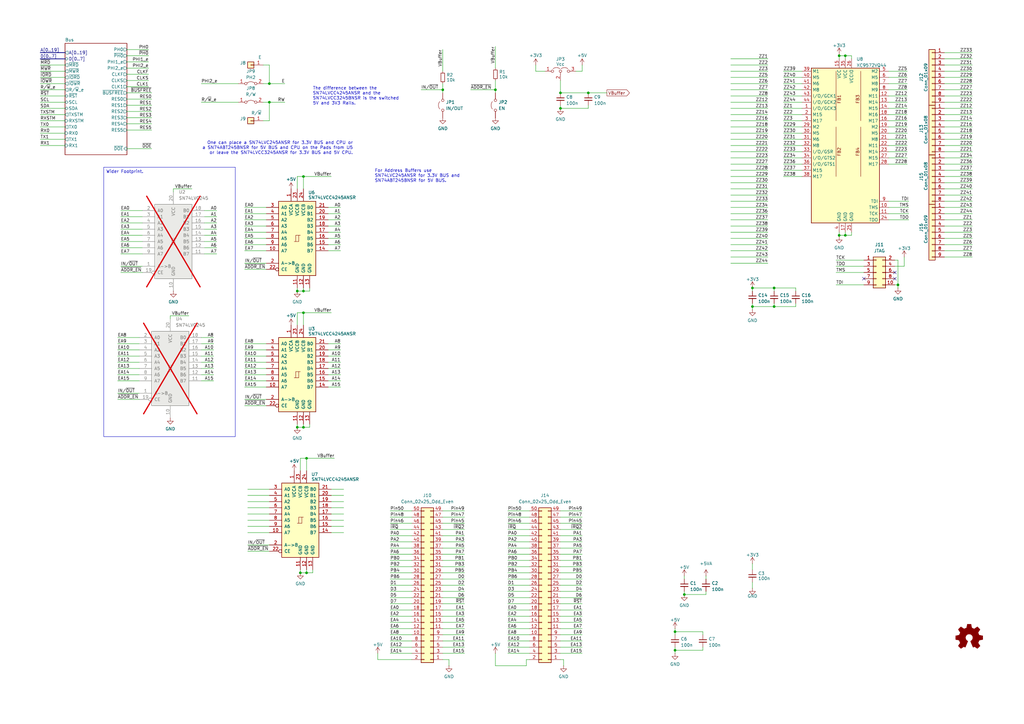
<source format=kicad_sch>
(kicad_sch (version 20231120) (generator "eeschema") (generator_version "8.0")
  (paper "A3")
  (title_block (title "Unicomp v3 - Breakout Board") (date "2024-10-01") (rev "v1.0") (company "100% Offner") (comment 1 "v1.0: Initial"))
  (junction (at 110.49 41.91))
  (junction (at 276.86 266.7))
  (junction (at 124.46 128.27))
  (junction (at 344.17 96.52))
  (junction (at 110.49 34.29))
  (junction (at 181.61 36.83))
  (junction (at 229.87 38.1))
  (junction (at 124.46 119.38))
  (junction (at 308.61 125.73))
  (junction (at 229.87 44.45))
  (junction (at 241.3 38.1))
  (junction (at 276.86 259.08))
  (junction (at 121.92 119.38))
  (junction (at 346.71 22.86))
  (junction (at 317.5 125.73))
  (junction (at 124.46 175.26))
  (junction (at 124.46 72.39))
  (junction (at 280.67 243.84))
  (junction (at 125.73 187.96))
  (junction (at 346.71 96.52))
  (junction (at 125.73 234.95))
  (junction (at 344.17 22.86))
  (junction (at 368.3 116.84))
  (junction (at 123.19 234.95))
  (junction (at 317.5 118.11))
  (junction (at 203.2 36.83))
  (junction (at 121.92 175.26))
  (junction (at 308.61 118.11))
  (no_connect (at 367.03 114.3))
  (no_connect (at 354.33 114.3))
  (no_connect (at 367.03 111.76))
  (wire (pts (xy 219.71 26.67) (xy 219.71 29.21)))
  (wire (pts (xy 229.87 267.97) (xy 238.76 267.97)))
  (wire (pts (xy 229.87 250.19) (xy 238.76 250.19)))
  (wire (pts (xy 100.33 95.25) (xy 109.22 95.25)))
  (wire (pts (xy 317.5 125.73) (xy 317.5 124.46)))
  (wire (pts (xy 16.51 41.91) (xy 26.67 41.91)))
  (wire (pts (xy 321.31 64.77) (xy 328.93 64.77)))
  (wire (pts (xy 49.53 109.22) (xy 58.42 109.22)))
  (wire (pts (xy 71.12 77.47) (xy 71.12 78.74)))
  (wire (pts (xy 364.49 62.23) (xy 372.11 62.23)))
  (wire (pts (xy 299.72 82.55) (xy 314.96 82.55)))
  (wire (pts (xy 16.51 34.29) (xy 26.67 34.29)))
  (wire (pts (xy 208.28 209.55) (xy 217.17 209.55)))
  (wire (pts (xy 346.71 96.52) (xy 349.25 96.52)))
  (wire (pts (xy 229.87 222.25) (xy 238.76 222.25)))
  (wire (pts (xy 101.6 223.52) (xy 110.49 223.52)))
  (wire (pts (xy 321.31 54.61) (xy 328.93 54.61)))
  (wire (pts (xy 121.92 128.27) (xy 121.92 133.35)))
  (wire (pts (xy 16.51 44.45) (xy 26.67 44.45)))
  (wire (pts (xy 134.62 97.79) (xy 139.7 97.79)))
  (wire (pts (xy 48.26 153.67) (xy 57.15 153.67)))
  (wire (pts (xy 208.28 212.09) (xy 217.17 212.09)))
  (wire (pts (xy 299.72 92.71) (xy 314.96 92.71)))
  (wire (pts (xy 364.49 44.45) (xy 372.11 44.45)))
  (wire (pts (xy 69.85 129.54) (xy 77.47 129.54)))
  (wire (pts (xy 368.3 106.68) (xy 368.3 116.84)))
  (wire (pts (xy 100.33 100.33) (xy 109.22 100.33)))
  (wire (pts (xy 241.3 38.1) (xy 248.92 38.1)))
  (wire (pts (xy 48.26 140.97) (xy 57.15 140.97)))
  (wire (pts (xy 181.61 219.71) (xy 190.5 219.71)))
  (wire (pts (xy 160.02 247.65) (xy 168.91 247.65)))
  (wire (pts (xy 101.6 208.28) (xy 110.49 208.28)))
  (wire (pts (xy 370.84 105.41) (xy 370.84 109.22)))
  (wire (pts (xy 364.49 57.15) (xy 372.11 57.15)))
  (wire (pts (xy 52.07 35.56) (xy 60.96 35.56)))
  (wire (pts (xy 364.49 90.17) (xy 372.745 90.17)))
  (wire (pts (xy 321.31 52.07) (xy 328.93 52.07)))
  (wire (pts (xy 308.61 118.11) (xy 308.61 119.38)))
  (wire (pts (xy 364.49 67.31) (xy 372.11 67.31)))
  (wire (pts (xy 160.02 260.35) (xy 168.91 260.35)))
  (wire (pts (xy 135.89 128.27) (xy 124.46 128.27)))
  (wire (pts (xy 299.72 44.45) (xy 314.96 44.45)))
  (wire (pts (xy 229.87 219.71) (xy 238.76 219.71)))
  (wire (pts (xy 299.72 29.21) (xy 314.96 29.21)))
  (wire (pts (xy 229.87 224.79) (xy 238.76 224.79)))
  (wire (pts (xy 181.61 229.87) (xy 190.5 229.87)))
  (wire (pts (xy 364.49 34.29) (xy 372.11 34.29)))
  (wire (pts (xy 208.28 247.65) (xy 217.17 247.65)))
  (wire (pts (xy 49.53 91.44) (xy 58.42 91.44)))
  (wire (pts (xy 368.3 116.84) (xy 368.3 118.11)))
  (wire (pts (xy 82.55 140.97) (xy 87.63 140.97)))
  (wire (pts (xy 321.31 29.21) (xy 328.93 29.21)))
  (wire (pts (xy 387.35 49.53) (xy 398.78 49.53)))
  (wire (pts (xy 367.03 106.68) (xy 368.3 106.68)))
  (wire (pts (xy 280.67 243.84) (xy 289.56 243.84)))
  (wire (pts (xy 346.71 22.86) (xy 346.71 24.13)))
  (wire (pts (xy 308.61 125.73) (xy 308.61 124.46)))
  (wire (pts (xy 160.02 212.09) (xy 168.91 212.09)))
  (wire (pts (xy 160.02 224.79) (xy 168.91 224.79)))
  (wire (pts (xy 82.55 156.21) (xy 87.63 156.21)))
  (wire (pts (xy 299.72 90.17) (xy 314.96 90.17)))
  (wire (pts (xy 125.73 187.96) (xy 125.73 193.04)))
  (wire (pts (xy 160.02 219.71) (xy 168.91 219.71)))
  (wire (pts (xy 101.6 215.9) (xy 110.49 215.9)))
  (wire (pts (xy 229.87 217.17) (xy 238.76 217.17)))
  (wire (pts (xy 299.72 69.85) (xy 314.96 69.85)))
  (wire (pts (xy 299.72 77.47) (xy 314.96 77.47)))
  (wire (pts (xy 110.49 49.53) (xy 110.49 41.91)))
  (wire (pts (xy 83.82 101.6) (xy 88.9 101.6)))
  (wire (pts (xy 181.61 212.09) (xy 190.5 212.09)))
  (wire (pts (xy 181.61 214.63) (xy 190.5 214.63)))
  (wire (pts (xy 387.35 34.29) (xy 398.78 34.29)))
  (wire (pts (xy 208.28 222.25) (xy 217.17 222.25)))
  (wire (pts (xy 387.35 46.99) (xy 398.78 46.99)))
  (wire (pts (xy 349.25 96.52) (xy 349.25 95.25)))
  (wire (pts (xy 124.46 72.39) (xy 121.92 72.39)))
  (wire (pts (xy 317.5 118.11) (xy 326.39 118.11)))
  (wire (pts (xy 387.35 26.67) (xy 398.78 26.67)))
  (wire (pts (xy 203.2 33.02) (xy 203.2 36.83)))
  (wire (pts (xy 52.07 48.26) (xy 62.23 48.26)))
  (wire (pts (xy 134.62 148.59) (xy 139.7 148.59)))
  (wire (pts (xy 124.46 119.38) (xy 124.46 118.11)))
  (wire (pts (xy 134.62 140.97) (xy 139.7 140.97)))
  (wire (pts (xy 229.87 240.03) (xy 238.76 240.03)))
  (wire (pts (xy 121.92 175.26) (xy 124.46 175.26)))
  (wire (pts (xy 344.17 22.225) (xy 344.17 22.86)))
  (wire (pts (xy 344.17 95.25) (xy 344.17 96.52)))
  (wire (pts (xy 49.53 93.98) (xy 58.42 93.98)))
  (wire (pts (xy 16.51 49.53) (xy 26.67 49.53)))
  (wire (pts (xy 229.87 252.73) (xy 238.76 252.73)))
  (wire (pts (xy 299.72 100.33) (xy 314.96 100.33)))
  (wire (pts (xy 172.72 36.83) (xy 181.61 36.83)))
  (wire (pts (xy 321.31 72.39) (xy 328.93 72.39)))
  (wire (pts (xy 387.35 52.07) (xy 398.78 52.07)))
  (wire (pts (xy 208.28 229.87) (xy 217.17 229.87)))
  (wire (pts (xy 321.31 69.85) (xy 328.93 69.85)))
  (wire (pts (xy 83.82 93.98) (xy 88.9 93.98)))
  (wire (pts (xy 16.51 57.15) (xy 26.67 57.15)))
  (wire (pts (xy 134.62 143.51) (xy 139.7 143.51)))
  (wire (pts (xy 82.55 34.29) (xy 97.79 34.29)))
  (wire (pts (xy 48.26 151.13) (xy 57.15 151.13)))
  (wire (pts (xy 181.61 250.19) (xy 190.5 250.19)))
  (wire (pts (xy 387.35 21.59) (xy 398.78 21.59)))
  (wire (pts (xy 299.72 41.91) (xy 314.96 41.91)))
  (wire (pts (xy 48.26 146.05) (xy 57.15 146.05)))
  (wire (pts (xy 321.31 57.15) (xy 328.93 57.15)))
  (wire (pts (xy 299.72 26.67) (xy 314.96 26.67)))
  (wire (pts (xy 288.29 266.7) (xy 276.86 266.7)))
  (wire (pts (xy 387.35 39.37) (xy 398.78 39.37)))
  (wire (pts (xy 346.71 96.52) (xy 346.71 95.25)))
  (wire (pts (xy 344.17 22.86) (xy 344.17 24.13)))
  (wire (pts (xy 160.02 262.89) (xy 168.91 262.89)))
  (wire (pts (xy 208.28 267.97) (xy 217.17 267.97)))
  (wire (pts (xy 387.35 57.15) (xy 398.78 57.15)))
  (wire (pts (xy 299.72 80.01) (xy 314.96 80.01)))
  (wire (pts (xy 321.31 31.75) (xy 328.93 31.75)))
  (wire (pts (xy 128.27 233.68) (xy 128.27 234.95)))
  (wire (pts (xy 364.49 64.77) (xy 372.11 64.77)))
  (wire (pts (xy 299.72 97.79) (xy 314.96 97.79)))
  (wire (pts (xy 181.61 240.03) (xy 190.5 240.03)))
  (wire (pts (xy 134.62 90.17) (xy 139.7 90.17)))
  (wire (pts (xy 135.89 218.44) (xy 140.97 218.44)))
  (wire (pts (xy 134.62 158.75) (xy 139.7 158.75)))
  (wire (pts (xy 387.35 74.93) (xy 398.78 74.93)))
  (wire (pts (xy 135.89 213.36) (xy 140.97 213.36)))
  (wire (pts (xy 83.82 86.36) (xy 88.9 86.36)))
  (wire (pts (xy 215.9 270.51) (xy 215.9 273.05)))
  (wire (pts (xy 299.72 67.31) (xy 314.96 67.31)))
  (wire (pts (xy 52.07 27.94) (xy 60.96 27.94)))
  (wire (pts (xy 181.61 255.27) (xy 190.5 255.27)))
  (wire (pts (xy 52.07 40.64) (xy 62.23 40.64)))
  (wire (pts (xy 241.3 44.45) (xy 241.3 43.18)))
  (wire (pts (xy 364.49 87.63) (xy 372.745 87.63)))
  (wire (pts (xy 387.35 77.47) (xy 398.78 77.47)))
  (wire (pts (xy 229.87 257.81) (xy 238.76 257.81)))
  (wire (pts (xy 299.72 59.69) (xy 314.96 59.69)))
  (wire (pts (xy 181.61 262.89) (xy 190.5 262.89)))
  (wire (pts (xy 387.35 29.21) (xy 398.78 29.21)))
  (wire (pts (xy 299.72 107.95) (xy 314.96 107.95)))
  (wire (pts (xy 121.92 119.38) (xy 124.46 119.38)))
  (wire (pts (xy 181.61 20.32) (xy 181.61 29.21)))
  (wire (pts (xy 229.87 262.89) (xy 238.76 262.89)))
  (wire (pts (xy 387.35 36.83) (xy 398.78 36.83)))
  (wire (pts (xy 317.5 125.73) (xy 326.39 125.73)))
  (wire (pts (xy 137.16 187.96) (xy 125.73 187.96)))
  (wire (pts (xy 299.72 31.75) (xy 314.96 31.75)))
  (wire (pts (xy 181.61 247.65) (xy 190.5 247.65)))
  (wire (pts (xy 101.6 210.82) (xy 110.49 210.82)))
  (wire (pts (xy 82.55 148.59) (xy 87.63 148.59)))
  (wire (pts (xy 208.28 234.95) (xy 217.17 234.95)))
  (wire (pts (xy 208.28 227.33) (xy 217.17 227.33)))
  (wire (pts (xy 321.31 67.31) (xy 328.93 67.31)))
  (wire (pts (xy 83.82 88.9) (xy 88.9 88.9)))
  (wire (pts (xy 16.51 36.83) (xy 26.67 36.83)))
  (wire (pts (xy 100.33 87.63) (xy 109.22 87.63)))
  (wire (pts (xy 299.72 57.15) (xy 314.96 57.15)))
  (wire (pts (xy 110.49 26.67) (xy 110.49 34.29)))
  (wire (pts (xy 134.62 153.67) (xy 139.7 153.67)))
  (wire (pts (xy 100.33 140.97) (xy 109.22 140.97)))
  (wire (pts (xy 215.9 270.51) (xy 217.17 270.51)))
  (wire (pts (xy 100.33 143.51) (xy 109.22 143.51)))
  (wire (pts (xy 299.72 54.61) (xy 314.96 54.61)))
  (wire (pts (xy 49.53 96.52) (xy 58.42 96.52)))
  (wire (pts (xy 49.53 101.6) (xy 58.42 101.6)))
  (wire (pts (xy 364.49 41.91) (xy 372.11 41.91)))
  (wire (pts (xy 52.07 33.02) (xy 60.96 33.02)))
  (wire (pts (xy 229.87 214.63) (xy 238.76 214.63)))
  (wire (pts (xy 52.07 43.18) (xy 62.23 43.18)))
  (wire (pts (xy 135.89 203.2) (xy 140.97 203.2)))
  (wire (pts (xy 49.53 88.9) (xy 58.42 88.9)))
  (wire (pts (xy 342.9 111.76) (xy 354.33 111.76)))
  (bus (pts (xy 26.67 21.59) (xy 16.51 21.59)))
  (wire (pts (xy 387.35 67.31) (xy 398.78 67.31)))
  (wire (pts (xy 82.55 138.43) (xy 87.63 138.43)))
  (wire (pts (xy 276.86 259.08) (xy 276.86 260.35)))
  (wire (pts (xy 100.33 102.87) (xy 109.22 102.87)))
  (wire (pts (xy 208.28 260.35) (xy 217.17 260.35)))
  (wire (pts (xy 49.53 104.14) (xy 58.42 104.14)))
  (wire (pts (xy 82.55 146.05) (xy 87.63 146.05)))
  (wire (pts (xy 160.02 227.33) (xy 168.91 227.33)))
  (wire (pts (xy 299.72 87.63) (xy 314.96 87.63)))
  (wire (pts (xy 342.9 109.22) (xy 354.33 109.22)))
  (wire (pts (xy 83.82 99.06) (xy 88.9 99.06)))
  (wire (pts (xy 135.89 215.9) (xy 140.97 215.9)))
  (wire (pts (xy 208.28 217.17) (xy 217.17 217.17)))
  (wire (pts (xy 48.26 138.43) (xy 57.15 138.43)))
  (wire (pts (xy 326.39 125.73) (xy 326.39 124.46)))
  (wire (pts (xy 16.51 59.69) (xy 26.67 59.69)))
  (wire (pts (xy 387.35 54.61) (xy 398.78 54.61)))
  (wire (pts (xy 100.33 156.21) (xy 109.22 156.21)))
  (wire (pts (xy 299.72 64.77) (xy 314.96 64.77)))
  (wire (pts (xy 100.33 153.67) (xy 109.22 153.67)))
  (wire (pts (xy 321.31 41.91) (xy 328.93 41.91)))
  (wire (pts (xy 69.85 129.54) (xy 69.85 130.81)))
  (wire (pts (xy 229.87 247.65) (xy 238.76 247.65)))
  (wire (pts (xy 181.61 222.25) (xy 190.5 222.25)))
  (wire (pts (xy 107.95 26.67) (xy 110.49 26.67)))
  (wire (pts (xy 387.35 80.01) (xy 398.78 80.01)))
  (wire (pts (xy 100.33 107.95) (xy 109.22 107.95)))
  (wire (pts (xy 238.76 26.67) (xy 238.76 29.21)))
  (wire (pts (xy 48.26 148.59) (xy 57.15 148.59)))
  (wire (pts (xy 83.82 104.14) (xy 88.9 104.14)))
  (wire (pts (xy 387.35 41.91) (xy 398.78 41.91)))
  (wire (pts (xy 110.49 34.29) (xy 107.95 34.29)))
  (wire (pts (xy 134.62 85.09) (xy 139.7 85.09)))
  (wire (pts (xy 100.33 110.49) (xy 109.22 110.49)))
  (wire (pts (xy 101.6 213.36) (xy 110.49 213.36)))
  (wire (pts (xy 229.87 234.95) (xy 238.76 234.95)))
  (wire (pts (xy 299.72 24.13) (xy 314.96 24.13)))
  (wire (pts (xy 364.49 49.53) (xy 372.11 49.53)))
  (wire (pts (xy 299.72 49.53) (xy 314.96 49.53)))
  (wire (pts (xy 299.72 85.09) (xy 314.96 85.09)))
  (wire (pts (xy 203.2 36.83) (xy 203.2 38.1)))
  (wire (pts (xy 124.46 119.38) (xy 127 119.38)))
  (wire (pts (xy 100.33 158.75) (xy 109.22 158.75)))
  (wire (pts (xy 160.02 217.17) (xy 168.91 217.17)))
  (wire (pts (xy 52.07 25.4) (xy 60.96 25.4)))
  (wire (pts (xy 299.72 39.37) (xy 314.96 39.37)))
  (wire (pts (xy 100.33 85.09) (xy 109.22 85.09)))
  (wire (pts (xy 288.29 265.43) (xy 288.29 266.7)))
  (wire (pts (xy 276.86 267.97) (xy 276.86 266.7)))
  (wire (pts (xy 208.28 240.03) (xy 217.17 240.03)))
  (wire (pts (xy 181.61 232.41) (xy 190.5 232.41)))
  (wire (pts (xy 52.07 50.8) (xy 62.23 50.8)))
  (wire (pts (xy 124.46 175.26) (xy 124.46 173.99)))
  (wire (pts (xy 276.86 266.7) (xy 276.86 265.43)))
  (wire (pts (xy 349.25 22.86) (xy 349.25 24.13)))
  (wire (pts (xy 181.61 237.49) (xy 190.5 237.49)))
  (wire (pts (xy 16.51 39.37) (xy 26.67 39.37)))
  (wire (pts (xy 208.28 265.43) (xy 217.17 265.43)))
  (wire (pts (xy 181.61 234.95) (xy 190.5 234.95)))
  (wire (pts (xy 16.51 54.61) (xy 26.67 54.61)))
  (wire (pts (xy 387.35 59.69) (xy 398.78 59.69)))
  (wire (pts (xy 367.03 116.84) (xy 368.3 116.84)))
  (wire (pts (xy 135.89 208.28) (xy 140.97 208.28)))
  (wire (pts (xy 52.07 53.34) (xy 62.23 53.34)))
  (wire (pts (xy 299.72 105.41) (xy 314.96 105.41)))
  (wire (pts (xy 160.02 242.57) (xy 168.91 242.57)))
  (wire (pts (xy 299.72 102.87) (xy 314.96 102.87)))
  (wire (pts (xy 299.72 52.07) (xy 314.96 52.07)))
  (wire (pts (xy 387.35 24.13) (xy 398.78 24.13)))
  (wire (pts (xy 387.35 102.87) (xy 398.78 102.87)))
  (wire (pts (xy 364.49 59.69) (xy 372.11 59.69)))
  (wire (pts (xy 48.26 143.51) (xy 57.15 143.51)))
  (wire (pts (xy 124.46 128.27) (xy 121.92 128.27)))
  (wire (pts (xy 231.14 270.51) (xy 231.14 273.05)))
  (wire (pts (xy 288.29 259.08) (xy 288.29 260.35)))
  (wire (pts (xy 208.28 245.11) (xy 217.17 245.11)))
  (wire (pts (xy 229.87 242.57) (xy 238.76 242.57)))
  (wire (pts (xy 317.5 118.11) (xy 317.5 119.38)))
  (wire (pts (xy 344.17 96.52) (xy 346.71 96.52)))
  (wire (pts (xy 134.62 146.05) (xy 139.7 146.05)))
  (wire (pts (xy 123.19 234.95) (xy 125.73 234.95)))
  (wire (pts (xy 321.31 34.29) (xy 328.93 34.29)))
  (wire (pts (xy 208.28 214.63) (xy 217.17 214.63)))
  (wire (pts (xy 289.56 242.57) (xy 289.56 243.84)))
  (wire (pts (xy 208.28 242.57) (xy 217.17 242.57)))
  (wire (pts (xy 181.61 36.83) (xy 181.61 38.1)))
  (wire (pts (xy 203.2 267.97) (xy 203.2 273.05)))
  (wire (pts (xy 134.62 100.33) (xy 139.7 100.33)))
  (wire (pts (xy 208.28 232.41) (xy 217.17 232.41)))
  (wire (pts (xy 387.35 97.79) (xy 398.78 97.79)))
  (wire (pts (xy 127 119.38) (xy 127 118.11)))
  (wire (pts (xy 83.82 96.52) (xy 88.9 96.52)))
  (wire (pts (xy 229.87 255.27) (xy 238.76 255.27)))
  (wire (pts (xy 160.02 255.27) (xy 168.91 255.27)))
  (wire (pts (xy 52.07 38.1) (xy 62.23 38.1)))
  (wire (pts (xy 308.61 125.73) (xy 317.5 125.73)))
  (wire (pts (xy 193.04 36.83) (xy 203.2 36.83)))
  (wire (pts (xy 107.95 49.53) (xy 110.49 49.53)))
  (wire (pts (xy 52.07 60.96) (xy 62.23 60.96)))
  (wire (pts (xy 181.61 34.29) (xy 181.61 36.83)))
  (wire (pts (xy 16.51 31.75) (xy 26.67 31.75)))
  (wire (pts (xy 82.55 151.13) (xy 87.63 151.13)))
  (wire (pts (xy 387.35 87.63) (xy 398.78 87.63)))
  (wire (pts (xy 208.28 257.81) (xy 217.17 257.81)))
  (wire (pts (xy 160.02 267.97) (xy 168.91 267.97)))
  (wire (pts (xy 110.49 41.91) (xy 107.95 41.91)))
  (wire (pts (xy 181.61 224.79) (xy 190.5 224.79)))
  (wire (pts (xy 223.52 29.21) (xy 219.71 29.21)))
  (wire (pts (xy 321.31 49.53) (xy 328.93 49.53)))
  (wire (pts (xy 364.49 29.21) (xy 372.11 29.21)))
  (wire (pts (xy 229.87 227.33) (xy 238.76 227.33)))
  (wire (pts (xy 387.35 69.85) (xy 398.78 69.85)))
  (wire (pts (xy 134.62 151.13) (xy 139.7 151.13)))
  (wire (pts (xy 181.61 257.81) (xy 190.5 257.81)))
  (wire (pts (xy 181.61 270.51) (xy 184.15 270.51)))
  (wire (pts (xy 308.61 238.76) (xy 308.61 241.3)))
  (wire (pts (xy 229.87 38.1) (xy 241.3 38.1)))
  (wire (pts (xy 364.49 46.99) (xy 372.11 46.99)))
  (wire (pts (xy 326.39 118.11) (xy 326.39 119.38)))
  (wire (pts (xy 16.51 46.99) (xy 26.67 46.99)))
  (wire (pts (xy 387.35 82.55) (xy 398.78 82.55)))
  (wire (pts (xy 181.61 227.33) (xy 190.5 227.33)))
  (wire (pts (xy 110.49 34.29) (xy 116.84 34.29)))
  (wire (pts (xy 135.89 200.66) (xy 140.97 200.66)))
  (wire (pts (xy 52.07 20.32) (xy 60.96 20.32)))
  (wire (pts (xy 82.55 143.51) (xy 87.63 143.51)))
  (wire (pts (xy 101.6 226.06) (xy 110.49 226.06)))
  (wire (pts (xy 48.26 163.83) (xy 57.15 163.83)))
  (wire (pts (xy 181.61 245.11) (xy 190.5 245.11)))
  (wire (pts (xy 100.33 163.83) (xy 109.22 163.83)))
  (wire (pts (xy 123.19 234.95) (xy 123.19 233.68)))
  (wire (pts (xy 229.87 260.35) (xy 238.76 260.35)))
  (wire (pts (xy 125.73 187.96) (xy 123.19 187.96)))
  (wire (pts (xy 135.89 210.82) (xy 140.97 210.82)))
  (wire (pts (xy 387.35 95.25) (xy 398.78 95.25)))
  (wire (pts (xy 52.07 22.86) (xy 60.96 22.86)))
  (wire (pts (xy 238.76 29.21) (xy 236.22 29.21)))
  (wire (pts (xy 16.51 26.67) (xy 26.67 26.67)))
  (wire (pts (xy 134.62 156.21) (xy 139.7 156.21)))
  (wire (pts (xy 160.02 234.95) (xy 168.91 234.95)))
  (wire (pts (xy 321.31 44.45) (xy 328.93 44.45)))
  (wire (pts (xy 101.6 200.66) (xy 110.49 200.66)))
  (wire (pts (xy 48.26 161.29) (xy 57.15 161.29)))
  (wire (pts (xy 100.33 97.79) (xy 109.22 97.79)))
  (wire (pts (xy 16.51 29.21) (xy 26.67 29.21)))
  (wire (pts (xy 229.87 209.55) (xy 238.76 209.55)))
  (wire (pts (xy 299.72 34.29) (xy 314.96 34.29)))
  (wire (pts (xy 321.31 46.99) (xy 328.93 46.99)))
  (wire (pts (xy 229.87 44.45) (xy 229.87 43.18)))
  (wire (pts (xy 160.02 237.49) (xy 168.91 237.49)))
  (wire (pts (xy 308.61 125.73) (xy 308.61 127)))
  (wire (pts (xy 121.92 72.39) (xy 121.92 77.47)))
  (wire (pts (xy 299.72 95.25) (xy 314.96 95.25)))
  (wire (pts (xy 342.9 106.68) (xy 354.33 106.68)))
  (wire (pts (xy 101.6 205.74) (xy 110.49 205.74)))
  (wire (pts (xy 364.49 36.83) (xy 372.11 36.83)))
  (wire (pts (xy 208.28 262.89) (xy 217.17 262.89)))
  (wire (pts (xy 160.02 245.11) (xy 168.91 245.11)))
  (wire (pts (xy 52.07 45.72) (xy 62.23 45.72)))
  (wire (pts (xy 299.72 62.23) (xy 314.96 62.23)))
  (wire (pts (xy 123.19 187.96) (xy 123.19 193.04)))
  (wire (pts (xy 387.35 85.09) (xy 398.78 85.09)))
  (wire (pts (xy 229.87 265.43) (xy 238.76 265.43)))
  (wire (pts (xy 160.02 240.03) (xy 168.91 240.03)))
  (wire (pts (xy 308.61 118.11) (xy 317.5 118.11)))
  (wire (pts (xy 387.35 62.23) (xy 398.78 62.23)))
  (wire (pts (xy 83.82 91.44) (xy 88.9 91.44)))
  (wire (pts (xy 229.87 33.02) (xy 229.87 38.1)))
  (wire (pts (xy 125.73 234.95) (xy 125.73 233.68)))
  (wire (pts (xy 364.49 39.37) (xy 372.11 39.37)))
  (wire (pts (xy 160.02 222.25) (xy 168.91 222.25)))
  (wire (pts (xy 387.35 100.33) (xy 398.78 100.33)))
  (wire (pts (xy 208.28 219.71) (xy 217.17 219.71)))
  (wire (pts (xy 364.49 54.61) (xy 372.11 54.61)))
  (wire (pts (xy 160.02 214.63) (xy 168.91 214.63)))
  (wire (pts (xy 100.33 146.05) (xy 109.22 146.05)))
  (wire (pts (xy 101.6 218.44) (xy 110.49 218.44)))
  (wire (pts (xy 100.33 148.59) (xy 109.22 148.59)))
  (wire (pts (xy 299.72 36.83) (xy 314.96 36.83)))
  (wire (pts (xy 387.35 31.75) (xy 398.78 31.75)))
  (wire (pts (xy 100.33 92.71) (xy 109.22 92.71)))
  (wire (pts (xy 229.87 212.09) (xy 238.76 212.09)))
  (wire (pts (xy 181.61 267.97) (xy 190.5 267.97)))
  (wire (pts (xy 181.61 252.73) (xy 190.5 252.73)))
  (wire (pts (xy 52.07 30.48) (xy 60.96 30.48)))
  (wire (pts (xy 160.02 250.19) (xy 168.91 250.19)))
  (wire (pts (xy 364.49 52.07) (xy 372.11 52.07)))
  (wire (pts (xy 101.6 203.2) (xy 110.49 203.2)))
  (wire (pts (xy 280.67 236.22) (xy 280.67 237.49)))
  (wire (pts (xy 100.33 151.13) (xy 109.22 151.13)))
  (wire (pts (xy 346.71 22.86) (xy 349.25 22.86)))
  (wire (pts (xy 208.28 250.19) (xy 217.17 250.19)))
  (wire (pts (xy 299.72 72.39) (xy 314.96 72.39)))
  (wire (pts (xy 276.86 259.08) (xy 288.29 259.08)))
  (wire (pts (xy 160.02 252.73) (xy 168.91 252.73)))
  (wire (pts (xy 208.28 237.49) (xy 217.17 237.49)))
  (wire (pts (xy 308.61 231.14) (xy 308.61 233.68)))
  (wire (pts (xy 321.31 62.23) (xy 328.93 62.23)))
  (wire (pts (xy 16.51 52.07) (xy 26.67 52.07)))
  (wire (pts (xy 124.46 175.26) (xy 127 175.26)))
  (wire (pts (xy 342.9 116.84) (xy 354.33 116.84)))
  (wire (pts (xy 208.28 255.27) (xy 217.17 255.27)))
  (bus (pts (xy 26.67 24.13) (xy 16.51 24.13)))
  (wire (pts (xy 82.55 153.67) (xy 87.63 153.67)))
  (wire (pts (xy 135.89 205.74) (xy 140.97 205.74)))
  (wire (pts (xy 229.87 237.49) (xy 238.76 237.49)))
  (wire (pts (xy 160.02 232.41) (xy 168.91 232.41)))
  (wire (pts (xy 208.28 224.79) (xy 217.17 224.79)))
  (wire (pts (xy 121.92 119.38) (xy 121.92 118.11)))
  (wire (pts (xy 229.87 229.87) (xy 238.76 229.87)))
  (wire (pts (xy 229.87 270.51) (xy 231.14 270.51)))
  (wire (pts (xy 387.35 105.41) (xy 398.78 105.41)))
  (wire (pts (xy 208.28 252.73) (xy 217.17 252.73)))
  (wire (pts (xy 127 173.99) (xy 127 175.26)))
  (wire (pts (xy 364.49 85.09) (xy 372.745 85.09)))
  (wire (pts (xy 203.2 273.05) (xy 215.9 273.05)))
  (wire (pts (xy 154.94 270.51) (xy 168.91 270.51)))
  (wire (pts (xy 124.46 72.39) (xy 124.46 77.47)))
  (wire (pts (xy 229.87 44.45) (xy 241.3 44.45)))
  (wire (pts (xy 124.46 128.27) (xy 124.46 133.35)))
  (wire (pts (xy 364.49 82.55) (xy 372.745 82.55)))
  (wire (pts (xy 160.02 229.87) (xy 168.91 229.87)))
  (wire (pts (xy 49.53 111.76) (xy 58.42 111.76)))
  (wire (pts (xy 100.33 166.37) (xy 109.22 166.37)))
  (wire (pts (xy 125.73 234.95) (xy 128.27 234.95)))
  (wire (pts (xy 82.55 41.91) (xy 97.79 41.91)))
  (wire (pts (xy 280.67 243.84) (xy 280.67 242.57)))
  (wire (pts (xy 71.12 77.47) (xy 78.74 77.47)))
  (wire (pts (xy 181.61 260.35) (xy 190.5 260.35)))
  (wire (pts (xy 299.72 46.99) (xy 314.96 46.99)))
  (wire (pts (xy 181.61 217.17) (xy 190.5 217.17)))
  (wire (pts (xy 387.35 64.77) (xy 398.78 64.77)))
  (wire (pts (xy 160.02 265.43) (xy 168.91 265.43)))
  (wire (pts (xy 121.92 175.26) (xy 121.92 173.99)))
  (wire (pts (xy 229.87 245.11) (xy 238.76 245.11)))
  (wire (pts (xy 344.17 96.52) (xy 344.17 97.155)))
  (wire (pts (xy 49.53 99.06) (xy 58.42 99.06)))
  (wire (pts (xy 276.86 257.81) (xy 276.86 259.08)))
  (wire (pts (xy 160.02 209.55) (xy 168.91 209.55)))
  (wire (pts (xy 321.31 36.83) (xy 328.93 36.83)))
  (wire (pts (xy 344.17 22.86) (xy 346.71 22.86)))
  (wire (pts (xy 387.35 92.71) (xy 398.78 92.71)))
  (wire (pts (xy 181.61 209.55) (xy 190.5 209.55)))
  (wire (pts (xy 134.62 95.25) (xy 139.7 95.25)))
  (wire (pts (xy 181.61 265.43) (xy 190.5 265.43)))
  (wire (pts (xy 289.56 236.22) (xy 289.56 237.49)))
  (wire (pts (xy 321.31 39.37) (xy 328.93 39.37)))
  (wire (pts (xy 110.49 41.91) (xy 116.84 41.91)))
  (wire (pts (xy 154.94 267.97) (xy 154.94 270.51)))
  (wire (pts (xy 364.49 31.75) (xy 372.11 31.75)))
  (wire (pts (xy 181.61 242.57) (xy 190.5 242.57)))
  (wire (pts (xy 135.89 72.39) (xy 124.46 72.39)))
  (wire (pts (xy 48.26 156.21) (xy 57.15 156.21)))
  (wire (pts (xy 387.35 44.45) (xy 398.78 44.45)))
  (wire (pts (xy 184.15 270.51) (xy 184.15 273.05)))
  (wire (pts (xy 370.84 109.22) (xy 367.03 109.22)))
  (wire (pts (xy 134.62 92.71) (xy 139.7 92.71)))
  (wire (pts (xy 321.31 59.69) (xy 328.93 59.69)))
  (wire (pts (xy 203.2 19.05) (xy 203.2 27.94)))
  (wire (pts (xy 387.35 90.17) (xy 398.78 90.17)))
  (wire (pts (xy 134.62 87.63) (xy 139.7 87.63)))
  (wire (pts (xy 387.35 72.39) (xy 398.78 72.39)))
  (wire (pts (xy 100.33 90.17) (xy 109.22 90.17)))
  (wire (pts (xy 229.87 232.41) (xy 238.76 232.41)))
  (wire (pts (xy 160.02 257.81) (xy 168.91 257.81)))
  (wire (pts (xy 299.72 74.93) (xy 314.96 74.93)))
  (wire (pts (xy 49.53 86.36) (xy 58.42 86.36)))
  (wire (pts (xy 134.62 102.87) (xy 139.7 102.87)))
  (text_box "Wider Footprint." (at 42.545 68.58 0) (size 53.975 110.49) (effects (font (size 1.27 1.27)) (justify left top)))
  (text "For Address Buffers use \nSN74LVC245ANSR for 3.3V BUS and\nSN74ABT245BNSR for 5V BUS." (at 153.67 74.93 0) (effects (font (size 1.27 1.27)) (justify left bottom)))
  (text "One can place a SN74LVC245ANSR for 3.3V BUS and CPU or\na SN74ABT245BNSR for 5V BUS and CPU on the Pads from U5\nor leave the SN74LVCC3245ANSR for 3.3V BUS and 5V CPU.\n" (at 144.78 63.5 0) (effects (font (size 1.27 1.27)) (justify right bottom)))
  (text "The difference between the \nSN74LVCC4245ANSR and the\nSN74LVCC3245BNSR is the switched\n5V and 3V3 Rails." (at 128.27 43.18 0) (effects (font (size 1.27 1.27)) (justify left bottom)))
  (label "D3" (at 160.02 242.57 0))
  (label "~{IOWR}" (at 16.51 34.29 0))
  (label "TDI" (at 372.745 82.55 180))
  (label "ZZ18" (at 398.78 54.61 180))
  (label "TMS" (at 342.9 111.76 0))
  (label "TCK" (at 372.745 87.63 180))
  (label "ZZ21" (at 372.11 57.15 180))
  (label "EA13" (at 100.33 153.67 0))
  (label "ZZ39" (at 314.96 95.25 180))
  (label "~{ADDR_EN}" (at 48.26 163.83 0))
  (label "A2" (at 88.9 91.44 180))
  (label "EA14" (at 100.33 156.21 0))
  (label "ZZ2" (at 314.96 26.67 180))
  (label "D1" (at 160.02 240.03 0))
  (label "EA11" (at 190.5 262.89 180))
  (label "EA10" (at 48.26 143.51 0))
  (label "ZZ22" (at 372.11 59.69 180))
  (label "EA11" (at 100.33 148.59 0))
  (label "SDA" (at 16.51 44.45 0))
  (label "ZZ37" (at 314.96 90.17 180))
  (label "D7" (at 160.02 247.65 0))
  (label "PA3" (at 238.76 222.25 180))
  (label "ZZ34" (at 321.31 64.77 0))
  (label "PA4" (at 208.28 224.79 0))
  (label "PB0" (at 160.02 229.87 0))
  (label "EA12" (at 48.26 148.59 0))
  (label "ZZ3" (at 398.78 95.25 180))
  (label "RES3" (at 62.23 48.26 180))
  (label "ZZ39" (at 321.31 29.21 0))
  (label "A13" (at 87.63 151.13 180))
  (label "EA12" (at 160.02 265.43 0))
  (label "ZZ5" (at 398.78 97.79 180))
  (label "ZZ38" (at 398.78 72.39 180))
  (label "ZZ20" (at 372.11 54.61 180))
  (label "EA10" (at 100.33 146.05 0))
  (label "Pin50" (at 208.28 209.55 0))
  (label "ZZ14" (at 314.96 46.99 180))
  (label "ZZ28" (at 372.11 67.31 180))
  (label "TDO" (at 342.9 109.22 0))
  (label "ZZ1" (at 321.31 44.45 0))
  (label "PA4" (at 160.02 224.79 0))
  (label "EA8" (at 48.26 138.43 0))
  (label "ZZ12" (at 398.78 44.45 180))
  (label "VBuffer" (at 181.61 20.32 270))
  (label "PA6" (at 208.28 227.33 0))
  (label "EA12" (at 100.33 151.13 0))
  (label "D5" (at 208.28 245.11 0))
  (label "EA3" (at 49.53 93.98 0))
  (label "PHI2_e" (at 60.96 27.94 180))
  (label "Pin48" (at 208.28 212.09 0))
  (label "EA10" (at 208.28 262.89 0))
  (label "ZZ27" (at 314.96 67.31 180))
  (label "ZZ12" (at 314.96 41.91 180))
  (label "D6" (at 190.5 245.11 180))
  (label "EA2" (at 49.53 91.44 0))
  (label "ZZ19" (at 314.96 54.61 180))
  (label "EA7" (at 49.53 104.14 0))
  (label "ZZ33" (at 314.96 82.55 180))
  (label "EA1" (at 100.33 87.63 0))
  (label "ZZ28" (at 398.78 34.29 180))
  (label "A9" (at 87.63 140.97 180))
  (label "Pin50" (at 160.02 209.55 0))
  (label "EA12" (at 208.28 265.43 0))
  (label "TX0" (at 16.51 52.07 0))
  (label "VBuffer" (at 137.16 187.96 180))
  (label "A7" (at 88.9 104.14 180))
  (label "ZZ27" (at 372.11 64.77 180))
  (label "ZZ31" (at 314.96 77.47 180))
  (label "A3" (at 88.9 93.98 180))
  (label "D6" (at 238.76 245.11 180))
  (label "ZZ38" (at 321.31 72.39 0))
  (label "PH0" (at 60.96 20.32 180))
  (label "ZZ19" (at 398.78 57.15 180))
  (label "ZZ39" (at 398.78 74.93 180))
  (label "ZZ7" (at 372.11 34.29 180))
  (label "PB5" (at 190.5 234.95 180))
  (label "TXSTM" (at 16.51 46.99 0))
  (label "PB6" (at 208.28 237.49 0))
  (label "ZZ36" (at 321.31 67.31 0))
  (label "ZZ34" (at 314.96 85.09 180))
  (label "A4" (at 88.9 96.52 180))
  (label "CLKS" (at 60.96 33.02 180))
  (label "IN{slash}~{OUT}" (at 101.6 223.52 0))
  (label "ZZ31" (at 321.31 57.15 0))
  (label "EA15" (at 100.33 158.75 0))
  (label "ZZ27" (at 398.78 36.83 180))
  (label "PB1" (at 190.5 229.87 180))
  (label "ZZ31" (at 398.78 26.67 180))
  (label "D2" (at 190.5 240.03 180))
  (label "Pin46" (at 160.02 214.63 0))
  (label "VBuffer" (at 77.47 129.54 180))
  (label "~{RST}" (at 190.5 247.65 180))
  (label "EA5" (at 238.76 255.27 180))
  (label "EA1" (at 238.76 250.19 180))
  (label "TX1" (at 16.51 57.15 0))
  (label "A0" (at 88.9 86.36 180))
  (label "RX1" (at 16.51 59.69 0))
  (label "EA15" (at 48.26 156.21 0))
  (label "EA2" (at 100.33 90.17 0))
  (label "EA8" (at 160.02 260.35 0))
  (label "A14" (at 87.63 153.67 180))
  (label "PB6" (at 160.02 237.49 0))
  (label "A14" (at 139.7 156.21 180))
  (label "TCK" (at 342.9 106.68 0))
  (label "ZZ36" (at 398.78 67.31 180))
  (label "PB3" (at 190.5 232.41 180))
  (label "TDO" (at 372.745 90.17 180))
  (label "~{IRQ}" (at 208.28 217.17 0))
  (label "EA2" (at 160.02 252.73 0))
  (label "ZZ3" (at 321.31 49.53 0))
  (label "ZZ5" (at 314.96 31.75 180))
  (label "ZZ44" (at 398.78 87.63 180))
  (label "TMS" (at 372.745 85.09 180))
  (label "Pin45" (at 190.5 214.63 180))
  (label "~{RST}" (at 16.51 39.37 0))
  (label "R{slash}~{W}_e" (at 16.51 36.83 0))
  (label "EA0" (at 49.53 86.36 0))
  (label "D2" (at 238.76 240.03 180))
  (label "~{PH0}" (at 60.96 22.86 180))
  (label "VBuffer" (at 203.2 19.05 270))
  (label "ZZ43" (at 314.96 105.41 180))
  (label "ZZ8" (at 398.78 105.41 180))
  (label "CLKF" (at 60.96 30.48 180))
  (label "EA10" (at 160.02 262.89 0))
  (label "ZZ18" (at 314.96 52.07 180))
  (label "ZZ40" (at 398.78 77.47 180))
  (label "~{IRQ}" (at 160.02 217.17 0))
  (label "ZZ29" (at 314.96 72.39 180))
  (label "PA1" (at 238.76 219.71 180))
  (label "ZZ40" (at 321.31 31.75 0))
  (label "A15" (at 87.63 156.21 180))
  (label "EA7" (at 190.5 257.81 180))
  (label "ZZ16" (at 372.11 49.53 180))
  (label "ZZ44" (at 314.96 107.95 180))
  (label "ZZ30" (at 398.78 29.21 180))
  (label "D4" (at 238.76 242.57 180))
  (label "PA2" (at 160.02 222.25 0))
  (label "EA14" (at 160.02 267.97 0))
  (label "EA6" (at 160.02 257.81 0))
  (label "ZZ29" (at 321.31 52.07 0))
  (label "A4" (at 139.7 95.25 180))
  (label "EA6" (at 49.53 101.6 0))
  (label "~{IORD}" (at 16.51 31.75 0))
  (label "PA0" (at 160.02 219.71 0))
  (label "Pin45" (at 238.76 214.63 180))
  (label "ZZ18" (at 372.11 46.99 180))
  (label "A9" (at 139.7 143.51 180))
  (label "D0" (at 190.5 237.49 180))
  (label "~{IRQ2}" (at 190.5 217.17 180))
  (label "EA14" (at 208.28 267.97 0))
  (label "EA0" (at 100.33 85.09 0))
  (label "EA4" (at 160.02 255.27 0))
  (label "RW" (at 116.84 41.91 180))
  (label "ZZ20" (at 314.96 57.15 180))
  (label "ZZ16" (at 398.78 52.07 180))
  (label "A8" (at 139.7 140.97 180))
  (label "ZZ13" (at 372.11 41.91 180))
  (label "Pin47" (at 238.76 212.09 180))
  (label "~{RST}" (at 238.76 247.65 180))
  (label "EA3" (at 100.33 92.71 0))
  (label "ZZ29" (at 398.78 31.75 180))
  (label "EA4" (at 100.33 95.25 0))
  (label "EA11" (at 238.76 262.89 180))
  (label "EA1" (at 190.5 250.19 180))
  (label "PA7" (at 190.5 227.33 180))
  (label "ZZ43" (at 321.31 39.37 0))
  (label "ZZ41" (at 314.96 100.33 180))
  (label "EA4" (at 49.53 96.52 0))
  (label "Pin49" (at 238.76 209.55 180))
  (label "R{slash}~{W}_e" (at 82.55 41.91 0))
  (label "SCL" (at 16.51 41.91 0))
  (label "~{ADDR_EN}" (at 49.53 111.76 0))
  (label "EA6" (at 100.33 100.33 0))
  (label "RES0" (at 62.23 40.64 180))
  (label "A12" (at 87.63 148.59 180))
  (label "CLK1" (at 60.96 35.56 180))
  (label "ZZ23" (at 372.11 62.23 180))
  (label "ZZ12" (at 372.11 39.37 180))
  (label "ZZ1" (at 398.78 90.17 180))
  (label "ZZ42" (at 398.78 82.55 180))
  (label "EA13" (at 48.26 151.13 0))
  (label "EA15" (at 190.5 267.97 180))
  (label "A5" (at 88.9 99.06 180))
  (label "Pin48" (at 160.02 212.09 0))
  (label "PB2" (at 208.28 232.41 0))
  (label "PHI2_e" (at 82.55 34.29 0))
  (label "ZZ1" (at 314.96 24.13 180))
  (label "ZZ37" (at 321.31 69.85 0))
  (label "ZZ33" (at 398.78 21.59 180))
  (label "ZZ42" (at 321.31 36.83 0))
  (label "EA7" (at 238.76 257.81 180))
  (label "PA1" (at 190.5 219.71 180))
  (label "ZZ7" (at 398.78 102.87 180))
  (label "D[0..7]" (at 16.51 24.13 0))
  (label "A2" (at 139.7 90.17 180))
  (label "PA0" (at 208.28 219.71 0))
  (label "ZZ30" (at 321.31 54.61 0))
  (label "ZZ33" (at 321.31 62.23 0))
  (label "~{MWR}" (at 16.51 29.21 0))
  (label "EA1" (at 49.53 88.9 0))
  (label "~{ADDR_EN}" (at 100.33 110.49 0))
  (label "EA7" (at 100.33 102.87 0))
  (label "EA0" (at 208.28 250.19 0))
  (label "RXSTM" (at 16.51 49.53 0))
  (label "IN{slash}~{OUT}" (at 100.33 163.83 0))
  (label "EA2" (at 208.28 252.73 0))
  (label "EA13" (at 238.76 265.43 180))
  (label "ZZ32" (at 398.78 24.13 180))
  (label "A3" (at 139.7 92.71 180))
  (label "VBuffer" (at 135.89 128.27 180))
  (label "PA6" (at 160.02 227.33 0))
  (label "ZZ44" (at 321.31 41.91 0))
  (label "D5" (at 160.02 245.11 0))
  (label "ZZ22" (at 398.78 41.91 180))
  (label "ZZ14" (at 372.11 44.45 180))
  (label "EA4" (at 208.28 255.27 0))
  (label "~{ADDR_EN}" (at 101.6 226.06 0))
  (label "EA14" (at 48.26 153.67 0))
  (label "D4" (at 190.5 242.57 180))
  (label "ZZ19" (at 372.11 52.07 180))
  (label "ZZ43" (at 398.78 85.09 180))
  (label "A6" (at 88.9 101.6 180))
  (label "PA5" (at 238.76 224.79 180))
  (label "PB4" (at 160.02 234.95 0))
  (label "ZZ5" (at 372.11 29.21 180))
  (label "ZZ22" (at 314.96 62.23 180))
  (label "ZZ6" (at 314.96 34.29 180))
  (label "ZZ36" (at 314.96 87.63 180))
  (label "EA8" (at 100.33 140.97 0))
  (label "EA8" (at 208.28 260.35 0))
  (label "ZZ41" (at 321.31 34.29 0))
  (label "VBuffer" (at 78.74 77.47 180))
  (label "EA9" (at 238.76 260.35 180))
  (label "A10" (at 139.7 146.05 180))
  (label "EA5" (at 49.53 99.06 0))
  (label "EA13" (at 190.5 265.43 180))
  (label "EA5" (at 100.33 97.79 0))
  (label "A10" (at 87.63 143.51 180))
  (label "Pin49" (at 190.5 209.55 180))
  (label "A11" (at 87.63 146.05 180))
  (label "EA5" (at 190.5 255.27 180))
  (label "A0" (at 139.7 85.09 180))
  (label "EA9" (at 48.26 140.97 0))
  (label "PB5" (at 238.76 234.95 180))
  (label "PA5" (at 190.5 224.79 180))
  (label "EA9" (at 100.33 143.51 0))
  (label "A15" (at 139.7 158.75 180))
  (label "A1" (at 88.9 88.9 180))
  (label "ZZ34" (at 398.78 64.77 180))
  (label "ZZ6" (at 398.78 100.33 180))
  (label "PA3" (at 190.5 222.25 180))
  (label "Pin47" (at 190.5 212.09 180))
  (label "~{BUSFREE}" (at 62.23 38.1 180))
  (label "PB1" (at 238.76 229.87 180))
  (label "~{ADDR_EN}" (at 193.04 36.83 0))
  (label "ZZ23" (at 398.78 39.37 180))
  (label "E" (at 116.84 34.29 180))
  (label "D3" (at 208.28 242.57 0))
  (label "ZZ13" (at 398.78 46.99 180))
  (label "D0" (at 238.76 237.49 180))
  (label "PB3" (at 238.76 232.41 180))
  (label "ZZ21" (at 314.96 59.69 180))
  (label "ZZ42" (at 314.96 102.87 180))
  (label "PB0" (at 208.28 229.87 0))
  (label "IN{slash}~{OUT}" (at 172.72 36.83 0))
  (label "EA0" (at 160.02 250.19 0))
  (label "Pin46" (at 208.28 214.63 0))
  (label "IN{slash}~{OUT}" (at 49.53 109.22 0))
  (label "A7" (at 139.7 102.87 180))
  (label "ZZ7" (at 314.96 36.83 180))
  (label "ZZ37" (at 398.78 69.85 180))
  (label "EA9" (at 190.5 260.35 180))
  (label "A[0..19]" (at 16.51 21.59 0))
  (label "ZZ28" (at 314.96 69.85 180))
  (label "TDI" (at 342.9 116.84 0))
  (label "D7" (at 208.28 247.65 0))
  (label "A11" (at 139.7 148.59 180))
  (label "~{MRD}" (at 16.51 26.67 0))
  (label "EA6" (at 208.28 257.81 0))
  (label "IN{slash}~{OUT}" (at 100.33 107.95 0))
  (label "ZZ32" (at 321.31 59.69 0))
  (label "~{DOE}" (at 62.23 60.96 180))
  (label "EA15" (at 238.76 267.97 180))
  (label "ZZ16" (at 314.96 49.53 180))
  (label "A1" (at 139.7 87.63 180))
  (label "ZZ32" (at 314.96 80.01 180))
  (label "ZZ2" (at 321.31 46.99 0))
  (label "EA3" (at 190.5 252.73 180))
  (label "ZZ8" (at 372.11 36.83 180))
  (label "RES5" (at 62.23 53.34 180))
  (label "ZZ8" (at 314.96 39.37 180))
  (label "ZZ40" (at 314.96 97.79 180))
  (label "ZZ30" (at 314.96 74.93 180))
  (label "PB4" (at 208.28 234.95 0))
  (label "D1" (at 208.28 240.03 0))
  (label "PB2" (at 160.02 232.41 0))
  (label "EA3" (at 238.76 252.73 180))
  (label "RX0" (at 16.51 54.61 0))
  (label "RES4" (at 62.23 50.8 180))
  (label "RES1" (at 62.23 43.18 180))
  (label "A12" (at 139.7 151.13 180))
  (label "ZZ3" (at 314.96 29.21 180))
  (label "ZZ20" (at 398.78 59.69 180))
  (label "ZZ38" (at 314.96 92.71 180))
  (label "ZZ2" (at 398.78 92.71 180))
  (label "PA2" (at 208.28 222.25 0))
  (label "A6" (at 139.7 100.33 180))
  (label "A8" (at 87.63 138.43 180))
  (label "ZZ21" (at 398.78 62.23 180))
  (label "~{IRQ2}" (at 238.76 217.17 180))
  (label "PA7" (at 238.76 227.33 180))
  (label "RES2" (at 62.23 45.72 180))
  (label "ZZ41" (at 398.78 80.01 180))
  (label "ZZ13" (at 314.96 44.45 180))
  (label "VBuffer" (at 135.89 72.39 180))
  (label "PHI1_e" (at 60.96 25.4 180))
  (label "A5" (at 139.7 97.79 180))
  (label "A13" (at 139.7 153.67 180))
  (label "ZZ23" (at 314.96 64.77 180))
  (label "EA11" (at 48.26 146.05 0))
  (label "ZZ6" (at 372.11 31.75 180))
  (label "IN{slash}~{OUT}" (at 48.26 161.29 0))
  (label "ZZ14" (at 398.78 49.53 180))
  (label "~{ADDR_EN}" (at 100.33 166.37 0))
  (global_label "VBuffer" (shape output) (at 248.92 38.1 0) (property "Intersheetrefs" "${INTERSHEET_REFS}" (effects (hide yes))))
  (symbol (lib_id "my_ics_new:74LVC4245") (at 121.92 97.79 0) (unit 1)
    (property "Reference" "U6" (at 126.4159 78.97 0) (effects (justify left)))
    (property "Value" "SN74LVCC4245ANSR" (at 126.4159 81.018 0) (effects (justify left)))
    (property "Footprint" "Package_SO:SO-24_5.3x15mm_P1.27mm" (effects (hide yes)))
    (property "Datasheet" "https://www.ti.com/lit/ds/symlink/sn74lvc4245a.pdf" (effects (hide yes)))
  )
  (symbol (lib_id "my_ics_new:74LVC4245") (at 121.92 153.67 0) (unit 1)
    (property "Reference" "U3" (at 126.4159 134.85 0) (effects (justify left)))
    (property "Value" "SN74LVCC4245ANSR" (at 126.4159 136.898 0) (effects (justify left)))
    (property "Footprint" "Package_SO:SO-24_5.3x15mm_P1.27mm" (effects (hide yes)))
    (property "Datasheet" "https://www.ti.com/lit/ds/symlink/sn74lvc4245a.pdf" (effects (hide yes)))
  )
  (symbol (lib_id "power:GND") (at 203.2 48.26 0) (unit 1)
    (property "Reference" "#PWR016" (effects (hide yes)))
    (property "Value" "GND" (at 203.2 52.7034 0))
  )
  (symbol (lib_id "power:+5V") (at 154.94 267.97 0) (unit 1)
    (property "Reference" "#PWR034" (effects (hide yes)))
    (property "Value" "+5V" (at 154.94 264.3942 0))
  )
  (symbol (lib_name "+5V_1") (lib_id "power:+5V") (at 120.65 193.04 0) (unit 1)
    (property "Reference" "#PWR05" (effects (hide yes)))
    (property "Value" "+5V" (at 120.65 189.095 0))
  )
  (symbol (lib_id "power:GND") (at 231.14 273.05 0) (unit 1)
    (property "Reference" "#PWR029" (effects (hide yes)))
    (property "Value" "GND" (at 231.14 277.4934 0))
  )
  (symbol (lib_id "power:GND") (at 308.61 127 0) (unit 1)
    (property "Reference" "#PWR038" (effects (hide yes)))
    (property "Value" "GND" (at 308.61 131.4434 0))
  )
  (symbol (lib_id "Device:R_Small") (at 203.2 30.48 0) (unit 1)
    (property "Reference" "R1" (at 204.6986 29.456 0) (effects (justify left)))
    (property "Value" "10k" (at 204.6986 31.504 0) (effects (justify left)))
    (property "Footprint" "Resistor_SMD:R_1206_3216Metric_Pad1.30x1.75mm_HandSolder" (effects (hide yes)))
  )
  (symbol (lib_id "Jumper:Jumper_2_Bridged") (at 102.87 41.91 0) (unit 1) (in_bom no)
    (property "Reference" "JP8" (at 102.87 36.195 0))
    (property "Value" "R/W" (at 102.87 38.735 0))
    (property "Footprint" "Jumper:SolderJumper-2_P1.3mm_Bridged_RoundedPad1.0x1.5mm" (effects (hide yes)))
  )
  (symbol (lib_id "power:GND") (at 123.19 234.95 0) (unit 1)
    (property "Reference" "#PWR022" (effects (hide yes)))
    (property "Value" "GND" (at 123.19 239.3934 0))
  )
  (symbol (lib_id "Connector_Generic:Conn_01x08") (at 382.27 52.07 0) (mirror y) (unit 1) (in_bom no)
    (property "Reference" "J13" (at 377.825 54.61 90) (effects (justify left)))
    (property "Value" "Conn_01x08" (at 379.73 59.055 90) (effects (justify left)))
    (property "Footprint" "Connector_PinHeader_2.54mm:PinHeader_1x08_P2.54mm_Vertical" (effects (hide yes)))
  )
  (symbol (lib_id "Connector_Generic:Conn_01x01") (at 102.87 26.67 0) (mirror y) (unit 1) (in_bom no)
    (property "Reference" "J8" (at 100.838 25.8353 0) (effects (justify left)))
    (property "Value" "E" (at 107.315 23.495 0) (effects (justify left)))
    (property "Footprint" "Connector_PinHeader_2.00mm:PinHeader_1x01_P2.00mm_Vertical" (effects (hide yes)))
  )
  (symbol (lib_id "power:+3V3") (at 308.61 231.14 0) (unit 1)
    (property "Reference" "#PWR08" (effects (hide yes)))
    (property "Value" "+3V3" (at 308.61 227.5642 0))
    (property "Description" "Power symbol creates a global label with name \"+3V3\"" (effects (hide yes)))
  )
  (symbol (lib_id "Device:C_Small") (at 289.56 240.03 0) (unit 1)
    (property "Reference" "C2" (at 291.8841 239.2016 0) (effects (justify left)))
    (property "Value" "100n" (at 291.8841 241.7385 0) (effects (justify left)))
    (property "Footprint" "Capacitor_SMD:C_1206_3216Metric" (effects (hide yes)))
    (property "Description" "Unpolarized capacitor, small symbol" (effects (hide yes)))
  )
  (symbol (lib_id "Connector_Generic:Conn_01x09") (at 382.27 31.75 0) (mirror y) (unit 1) (in_bom no)
    (property "Reference" "J12" (at 377.825 31.75 90))
    (property "Value" "Conn_01x09" (at 379.7269 31.75 90))
    (property "Footprint" "Connector_PinHeader_2.54mm:PinHeader_1x09_P2.54mm_Vertical" (effects (hide yes)))
  )
  (symbol (lib_id "Device:C_Small") (at 241.3 40.64 0) (unit 1)
    (property "Reference" "C9" (at 243.6241 39.8116 0) (effects (justify left)))
    (property "Value" "100n" (at 243.6241 42.3485 0) (effects (justify left)))
    (property "Footprint" "Capacitor_SMD:C_1206_3216Metric" (effects (hide yes)))
  )
  (symbol (lib_id "Jumper:Jumper_3_Open") (at 229.87 29.21 0) (unit 1) (in_bom no)
    (property "Reference" "JP3" (at 229.87 24.2578 0))
    (property "Value" "Vcc" (at 229.87 26.3058 0))
    (property "Footprint" "Jumper:SolderJumper-3_P1.3mm_Open_RoundedPad1.0x1.5mm_NumberLabels" (effects (hide yes)))
  )
  (symbol (lib_id "power:+3V3") (at 308.61 118.11 0) (unit 1)
    (property "Reference" "#PWR037" (effects (hide yes)))
    (property "Value" "+3V3" (at 308.61 114.5342 0))
  )
  (symbol (lib_id "power:GND") (at 121.92 119.38 0) (unit 1)
    (property "Reference" "#PWR021" (effects (hide yes)))
    (property "Value" "GND" (at 121.92 123.8234 0))
  )
  (symbol (lib_id "Device:C_Small") (at 317.5 121.92 0) (unit 1)
    (property "Reference" "C15" (at 319.8241 121.0916 0) (effects (justify left)))
    (property "Value" "100n" (at 319.8241 123.6285 0) (effects (justify left)))
    (property "Footprint" "Capacitor_SMD:C_1206_3216Metric" (effects (hide yes)))
  )
  (symbol (lib_id "power:+5V") (at 203.2 267.97 0) (unit 1)
    (property "Reference" "#PWR028" (effects (hide yes)))
    (property "Value" "+5V" (at 203.2 264.3942 0))
  )
  (symbol (lib_id "Jumper:Jumper_2_Open") (at 181.61 43.18 90) (unit 1) (exclude_from_sim yes)
    (property "Reference" "JP1" (at 182.88 41.9099 90) (effects (justify right)))
    (property "Value" "IN/OUT" (at 182.88 44.4499 90) (effects (justify right)))
    (property "Footprint" "Connector_PinHeader_2.54mm:PinHeader_1x02_P2.54mm_Vertical" (effects (hide yes)))
    (property "Description" "Jumper, 2-pole, open" (effects (hide yes)))
  )
  (symbol (lib_id "power:+5V") (at 238.76 26.67 0) (unit 1)
    (property "Reference" "#PWR025" (effects (hide yes)))
    (property "Value" "+5V" (at 238.76 22.725 0))
  )
  (symbol (lib_id "Connector_Generic:Conn_02x05_Odd_Even") (at 359.41 111.76 0) (unit 1)
    (property "Reference" "J11" (at 360.68 100.33 0))
    (property "Value" "JTAG" (at 360.68 102.87 0))
    (property "Footprint" "Connector_PinHeader_2.54mm:PinHeader_2x05_P2.54mm_Horizontal" (effects (hide yes)))
    (property "Description" "Generic connector, double row, 02x05, odd/even pin numbering scheme (row 1 odd numbers, row 2 even numbers), script generated (kicad-library-utils/schlib/autogen/connector/)" (effects (hide yes)))
  )
  (symbol (lib_id "Connector_Generic:Conn_01x09") (at 382.27 95.25 0) (mirror y) (unit 1) (in_bom no)
    (property "Reference" "J16" (at 377.825 93.345 90))
    (property "Value" "Conn_01x09" (at 379.73 93.98 90))
    (property "Footprint" "Connector_PinHeader_2.54mm:PinHeader_1x09_P2.54mm_Vertical" (effects (hide yes)))
  )
  (symbol (lib_id "Device:R_Small") (at 181.61 31.75 0) (unit 1)
    (property "Reference" "R2" (at 183.1086 30.726 0) (effects (justify left)))
    (property "Value" "10k" (at 183.1086 32.774 0) (effects (justify left)))
    (property "Footprint" "Resistor_SMD:R_1206_3216Metric_Pad1.30x1.75mm_HandSolder" (effects (hide yes)))
  )
  (symbol (lib_name "+5V_1") (lib_id "power:+5V") (at 119.38 133.35 0) (unit 1)
    (property "Reference" "#PWR014" (effects (hide yes)))
    (property "Value" "+5V" (at 119.38 129.405 0))
  )
  (symbol (lib_id "Device:C_Small") (at 276.86 262.89 0) (unit 1)
    (property "Reference" "C6" (at 279.1841 262.0616 0) (effects (justify left)))
    (property "Value" "100n" (at 279.1841 264.5985 0) (effects (justify left)))
    (property "Footprint" "Capacitor_SMD:C_1206_3216Metric" (effects (hide yes)))
  )
  (symbol (lib_id "Jumper:Jumper_2_Bridged") (at 102.87 34.29 0) (unit 1) (in_bom no)
    (property "Reference" "JP9" (at 102.87 29.21 0))
    (property "Value" "PH2" (at 102.87 31.75 0))
    (property "Footprint" "Jumper:SolderJumper-2_P1.3mm_Bridged_RoundedPad1.0x1.5mm" (effects (hide yes)))
  )
  (symbol (lib_id "power:GND") (at 276.86 267.97 0) (unit 1)
    (property "Reference" "#PWR013" (effects (hide yes)))
    (property "Value" "GND" (at 276.86 272.4134 0))
  )
  (symbol (lib_id "power:+3V3") (at 370.84 105.41 0) (unit 1)
    (property "Reference" "#PWR040" (effects (hide yes)))
    (property "Value" "+3V3" (at 370.84 101.8342 0))
    (property "Description" "Power symbol creates a global label with name \"+3V3\"" (effects (hide yes)))
  )
  (symbol (lib_id "74xx:74LS245") (at 71.12 99.06 0) (unit 1) (dnp yes)
    (property "Reference" "U2" (at 73.3141 78.74 0) (effects (justify left)))
    (property "Value" "SN74LVC245" (at 73.3141 81.28 0) (effects (justify left)))
    (property "Footprint" "Package_SO:SO-20_12.8x7.5mm_P1.27mm" (effects (hide yes)))
    (property "Datasheet" "http://www.ti.com/lit/gpn/sn74LS245" (effects (hide yes)))
  )
  (symbol (lib_name "+5V_1") (lib_id "power:+5V") (at 119.38 77.47 0) (unit 1)
    (property "Reference" "#PWR020" (effects (hide yes)))
    (property "Value" "+5V" (at 119.38 73.525 0))
  )
  (symbol (lib_id "power:GND") (at 280.67 243.84 0) (unit 1)
    (property "Reference" "#PWR03" (effects (hide yes)))
    (property "Value" "GND" (at 280.67 248.2834 0))
    (property "Description" "Power symbol creates a global label with name \"GND\" , ground" (effects (hide yes)))
  )
  (symbol (lib_id "power:GND") (at 121.92 175.26 0) (unit 1)
    (property "Reference" "#PWR026" (effects (hide yes)))
    (property "Value" "GND" (at 121.92 179.7034 0))
  )
  (symbol (lib_id "power:GND") (at 344.17 97.155 0) (unit 1)
    (property "Reference" "#PWR036" (effects (hide yes)))
    (property "Value" "GND" (at 344.17 101.5984 0))
  )
  (symbol (lib_id "74xx:74LS245") (at 69.85 151.13 0) (unit 1) (dnp yes)
    (property "Reference" "U4" (at 72.0441 130.81 0) (effects (justify left)))
    (property "Value" "SN74LVC245" (at 72.0441 133.35 0) (effects (justify left)))
    (property "Footprint" "Package_SO:SO-20_12.8x7.5mm_P1.27mm" (effects (hide yes)))
    (property "Datasheet" "http://www.ti.com/lit/gpn/sn74LS245" (effects (hide yes)))
  )
  (symbol (lib_id "power:GND") (at 308.61 241.3 0) (unit 1)
    (property "Reference" "#PWR09" (effects (hide yes)))
    (property "Value" "GND" (at 308.61 244.475 0))
    (property "Description" "Power symbol creates a global label with name \"GND\" , ground" (effects (hide yes)))
  )
  (symbol (lib_id "my_ics_new:XC9572VQ44") (at 346.71 57.15 0) (unit 1)
    (property "Reference" "U8" (at 351.2694 24.2402 0) (effects (justify left)))
    (property "Value" "XC9572VQ44" (at 351.2694 26.7771 0) (effects (justify left)))
    (property "Footprint" "Package_QFP:TQFP-44_10x10mm_P0.8mm" (effects (hide yes)))
  )
  (symbol (lib_id "power:GND") (at 184.15 273.05 0) (unit 1)
    (property "Reference" "#PWR035" (effects (hide yes)))
    (property "Value" "GND" (at 184.15 277.4934 0))
  )
  (symbol (lib_id "my_ics_new:74LVC4245") (at 123.19 213.36 0) (unit 1)
    (property "Reference" "U7" (at 127.6859 194.54 0) (effects (justify left)))
    (property "Value" "SN74LVCC4245ANSR" (at 127.6859 196.588 0) (effects (justify left)))
    (property "Footprint" "Package_SO:SO-24_5.3x15mm_P1.27mm" (effects (hide yes)))
    (property "Datasheet" "https://www.ti.com/lit/ds/symlink/sn74lvc4245a.pdf" (effects (hide yes)))
  )
  (symbol (lib_id "Device:C_Small") (at 308.61 121.92 0) (unit 1)
    (property "Reference" "C14" (at 310.9341 121.0916 0) (effects (justify left)))
    (property "Value" "100n" (at 310.9341 123.6285 0) (effects (justify left)))
    (property "Footprint" "Capacitor_SMD:C_1206_3216Metric" (effects (hide yes)))
  )
  (symbol (lib_id "Jumper:Jumper_2_Open") (at 203.2 43.18 90) (unit 1) (exclude_from_sim yes)
    (property "Reference" "JP2" (at 204.47 41.9099 90) (effects (justify right)))
    (property "Value" "EN" (at 204.47 44.4499 90) (effects (justify right)))
    (property "Footprint" "Connector_PinHeader_2.54mm:PinHeader_1x02_P2.54mm_Vertical" (effects (hide yes)))
    (property "Description" "Jumper, 2-pole, open" (effects (hide yes)))
  )
  (symbol (lib_id "power:GND") (at 229.87 44.45 0) (unit 1)
    (property "Reference" "#PWR024" (effects (hide yes)))
    (property "Value" "GND" (at 229.87 48.8934 0))
  )
  (symbol (lib_id "Connector_Generic:Conn_01x08") (at 382.27 72.39 0) (mirror y) (unit 1) (in_bom no)
    (property "Reference" "J15" (at 377.825 74.295 90) (effects (justify left)))
    (property "Value" "Conn_01x08" (at 379.7269 78.105 90) (effects (justify left)))
    (property "Footprint" "Connector_PinHeader_2.54mm:PinHeader_1x08_P2.54mm_Vertical" (effects (hide yes)))
  )
  (symbol (lib_id "power:+3V3") (at 344.17 22.225 0) (unit 1)
    (property "Reference" "#PWR033" (effects (hide yes)))
    (property "Value" "+3V3" (at 344.17 18.6492 0))
  )
  (symbol (lib_id "power:+5V") (at 276.86 257.81 0) (unit 1)
    (property "Reference" "#PWR012" (effects (hide yes)))
    (property "Value" "+5V" (at 276.86 254.2342 0))
  )
  (symbol (lib_id "Connector_Generic:Conn_02x25_Odd_Even") (at 224.79 240.03 180) (unit 1)
    (property "Reference" "J14" (at 223.52 203.2 0))
    (property "Value" "Conn_02x25_Odd_Even" (at 223.52 205.74 0))
    (property "Footprint" "Connector_PinHeader_2.54mm:PinHeader_2x25_P2.54mm_Horizontal" (effects (hide yes)))
    (property "Description" "Generic connector, double row, 02x25, odd/even pin numbering scheme (row 1 odd numbers, row 2 even numbers), script generated (kicad-library-utils/schlib/autogen/connector/)" (effects (hide yes)))
  )
  (symbol (lib_id "power:GND") (at 181.61 48.26 0) (unit 1)
    (property "Reference" "#PWR015" (effects (hide yes)))
    (property "Value" "GND" (at 181.61 52.7034 0))
  )
  (symbol (lib_id "power:GND") (at 368.3 118.11 0) (unit 1)
    (property "Reference" "#PWR039" (effects (hide yes)))
    (property "Value" "GND" (at 368.3 122.5534 0))
    (property "Description" "Power symbol creates a global label with name \"GND\" , ground" (effects (hide yes)))
  )
  (symbol (lib_id "power:+3V3") (at 219.71 26.67 0) (unit 1)
    (property "Reference" "#PWR023" (effects (hide yes)))
    (property "Value" "+3V3" (at 219.71 22.725 0))
  )
  (symbol (lib_id "power:+5VA") (at 289.56 236.22 0) (unit 1)
    (property "Reference" "#PWR0121" (effects (hide yes)))
    (property "Value" "+5VA" (at 289.56 231.14 0))
    (property "Description" "Power symbol creates a global label with name \"+5VA\"" (effects (hide yes)))
  )
  (symbol (lib_id "Device:C_Small") (at 280.67 240.03 0) (unit 1)
    (property "Reference" "C1" (at 282.9941 239.2016 0) (effects (justify left)))
    (property "Value" "100n" (at 282.9941 241.7385 0) (effects (justify left)))
    (property "Footprint" "Capacitor_SMD:C_1206_3216Metric" (effects (hide yes)))
    (property "Description" "Unpolarized capacitor, small symbol" (effects (hide yes)))
  )
  (symbol (lib_id "Graphic:Logo_Open_Hardware_Small") (at 397.51 261.62 0) (unit 1) (exclude_from_sim yes) (in_bom no) (on_board no)
    (property "Reference" "#SYM1" (effects (hide yes)))
    (property "Value" "Logo_Open_Hardware_Small" (effects (hide yes)))
    (property "Description" "Open Hardware logo, small" (effects (hide yes)))
  )
  (symbol (lib_id "power:GND") (at 71.12 119.38 0) (unit 1)
    (property "Reference" "#PWR017" (effects (hide yes)))
    (property "Value" "GND" (at 71.12 123.8234 0))
  )
  (symbol (lib_id "power:+5V") (at 280.67 236.22 0) (unit 1)
    (property "Reference" "#PWR02" (effects (hide yes)))
    (property "Value" "+5V" (at 280.67 232.6442 0))
    (property "Description" "Power symbol creates a global label with name \"+5V\"" (effects (hide yes)))
  )
  (symbol (lib_id "power:GND") (at 69.85 171.45 0) (unit 1)
    (property "Reference" "#PWR018" (effects (hide yes)))
    (property "Value" "GND" (at 69.85 175.8934 0))
  )
  (symbol (lib_id "Device:C_Small") (at 326.39 121.92 0) (unit 1)
    (property "Reference" "C16" (at 328.7141 121.0916 0) (effects (justify left)))
    (property "Value" "100n" (at 328.7141 123.6285 0) (effects (justify left)))
    (property "Footprint" "Capacitor_SMD:C_1206_3216Metric" (effects (hide yes)))
  )
  (symbol (lib_id "Device:C_Small") (at 288.29 262.89 0) (unit 1)
    (property "Reference" "C7" (at 290.6141 262.0616 0) (effects (justify left)))
    (property "Value" "100n" (at 290.6141 264.5985 0) (effects (justify left)))
    (property "Footprint" "Capacitor_SMD:C_1206_3216Metric" (effects (hide yes)))
  )
  (symbol (lib_id "Connector_Generic:Conn_01x01") (at 102.87 49.53 0) (mirror y) (unit 1) (in_bom no)
    (property "Reference" "J9" (at 100.838 48.6953 0) (effects (justify left)))
    (property "Value" "R/~{W}" (at 107.315 46.355 0) (effects (justify left)))
    (property "Footprint" "Connector_PinHeader_2.00mm:PinHeader_1x01_P2.00mm_Vertical" (effects (hide yes)))
  )
  (symbol (lib_id "Device:C_Small") (at 308.61 236.22 0) (unit 1)
    (property "Reference" "C3" (at 310.9341 235.2023 0) (effects (justify left)))
    (property "Value" "100n" (at 310.9341 237.2503 0) (effects (justify left)))
    (property "Footprint" "Capacitor_SMD:C_1206_3216Metric" (effects (hide yes)))
    (property "Description" "Unpolarized capacitor, small symbol" (effects (hide yes)))
  )
  (symbol (lib_id "Connector_Generic:Conn_02x25_Odd_Even") (at 176.53 240.03 180) (unit 1)
    (property "Reference" "J10" (at 175.26 203.2 0))
    (property "Value" "Conn_02x25_Odd_Even" (at 175.26 205.74 0))
    (property "Footprint" "Connector_PinHeader_2.54mm:PinHeader_2x25_P2.54mm_Vertical" (effects (hide yes)))
    (property "Description" "Generic connector, double row, 02x25, odd/even pin numbering scheme (row 1 odd numbers, row 2 even numbers), script generated (kicad-library-utils/schlib/autogen/connector/)" (effects (hide yes)))
  )
  (symbol (lib_id "Device:C_Small") (at 229.87 40.64 0) (unit 1)
    (property "Reference" "C8" (at 232.1941 39.8116 0) (effects (justify left)))
    (property "Value" "100n" (at 232.1941 42.3485 0) (effects (justify left)))
    (property "Footprint" "Capacitor_SMD:C_1206_3216Metric" (effects (hide yes)))
  )
  (sheet (at 26.67 17.78) (size 25.4 45.72) (stroke (width 0.1524))
    (property "Sheetname" "Bus" (at 26.67 17.0684 0) (effects (justify left bottom)))
    (property "Sheetfile" "bus.kicad_sch" (effects (hide yes)))
    (pin "D[0..7]" bidirectional (at 26.67 24.13 180))
    (pin "TXSTM" output (at 26.67 46.99 180))
    (pin "RXSTM" input (at 26.67 49.53 180))
    (pin "~{MRD}" output (at 26.67 26.67 180))
    (pin "~{IORD}" output (at 26.67 31.75 180))
    (pin "~{IOWR}" output (at 26.67 34.29 180))
    (pin "R{slash}~{W}_e" output (at 26.67 36.83 180))
    (pin "~{MWR}" output (at 26.67 29.21 180))
    (pin "~{RST}" bidirectional (at 26.67 39.37 180))
    (pin "PH0" output (at 52.07 20.32 0))
    (pin "CLKS" output (at 52.07 33.02 0))
    (pin "~{PH0}" output (at 52.07 22.86 0))
    (pin "CLKF" output (at 52.07 30.48 0))
    (pin "PHI1_e" output (at 52.07 25.4 0))
    (pin "PHI2_e" output (at 52.07 27.94 0))
    (pin "~{BUSFREE}" output (at 52.07 38.1 0))
    (pin "SCL" bidirectional (at 26.67 41.91 180))
    (pin "SDA" bidirectional (at 26.67 44.45 180))
    (pin "RES5" output (at 52.07 53.34 0))
    (pin "RES1" output (at 52.07 43.18 0))
    (pin "RES3" output (at 52.07 48.26 0))
    (pin "RX1" input (at 26.67 59.69 180))
    (pin "RX0" input (at 26.67 54.61 180))
    (pin "TX0" output (at 26.67 52.07 180))
    (pin "TX1" output (at 26.67 57.15 180))
    (pin "RES4" output (at 52.07 50.8 0))
    (pin "RES2" output (at 52.07 45.72 0))
    (pin "RES0" output (at 52.07 40.64 0))
    (pin "CLK1" output (at 52.07 35.56 0))
    (pin "A[0..19]" output (at 26.67 21.59 180))
    (pin "~{DOE}" input (at 52.07 60.96 0))
  )
)
</source>
